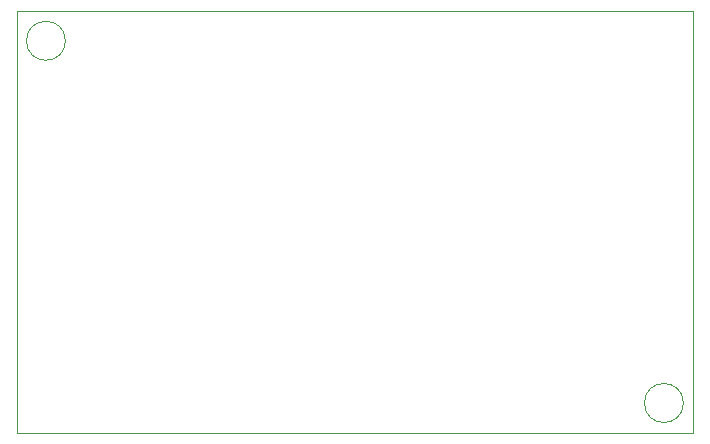
<source format=gbr>
%TF.GenerationSoftware,KiCad,Pcbnew,7.0.11-7.0.11~ubuntu22.04.1*%
%TF.CreationDate,2024-11-08T22:36:37-03:00*%
%TF.ProjectId,esp32cam_board,65737033-3263-4616-9d5f-626f6172642e,rev?*%
%TF.SameCoordinates,Original*%
%TF.FileFunction,Profile,NP*%
%FSLAX46Y46*%
G04 Gerber Fmt 4.6, Leading zero omitted, Abs format (unit mm)*
G04 Created by KiCad (PCBNEW 7.0.11-7.0.11~ubuntu22.04.1) date 2024-11-08 22:36:37*
%MOMM*%
%LPD*%
G01*
G04 APERTURE LIST*
%TA.AperFunction,Profile*%
%ADD10C,0.050000*%
%TD*%
G04 APERTURE END LIST*
D10*
X92960000Y-68070000D02*
G75*
G03*
X89660000Y-68070000I-1650000J0D01*
G01*
X89660000Y-68070000D02*
G75*
G03*
X92960000Y-68070000I1650000J0D01*
G01*
X88880000Y-65530000D02*
X146130000Y-65530000D01*
X146130000Y-101290000D01*
X88880000Y-101290000D01*
X88880000Y-65530000D01*
X145280000Y-98740000D02*
G75*
G03*
X141980000Y-98740000I-1650000J0D01*
G01*
X141980000Y-98740000D02*
G75*
G03*
X145280000Y-98740000I1650000J0D01*
G01*
M02*

</source>
